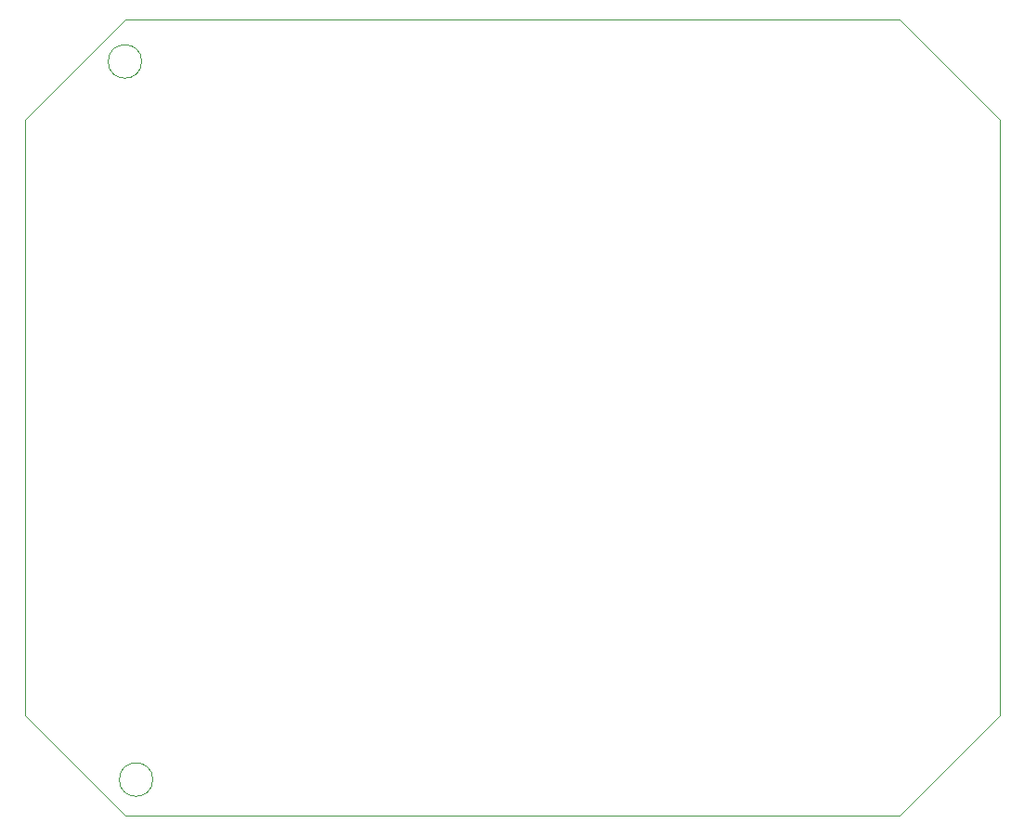
<source format=gbr>
%TF.GenerationSoftware,KiCad,Pcbnew,9.0.0*%
%TF.CreationDate,2025-04-10T09:35:26+02:00*%
%TF.ProjectId,3band_testboard_mcu_based,3362616e-645f-4746-9573-74626f617264,1.0*%
%TF.SameCoordinates,Original*%
%TF.FileFunction,Profile,NP*%
%FSLAX46Y46*%
G04 Gerber Fmt 4.6, Leading zero omitted, Abs format (unit mm)*
G04 Created by KiCad (PCBNEW 9.0.0) date 2025-04-10 09:35:26*
%MOMM*%
%LPD*%
G01*
G04 APERTURE LIST*
%TA.AperFunction,Profile*%
%ADD10C,0.050000*%
%TD*%
G04 APERTURE END LIST*
D10*
X87381283Y-34290000D02*
G75*
G02*
X84322717Y-34290000I-1529283J0D01*
G01*
X84322717Y-34290000D02*
G75*
G02*
X87381283Y-34290000I1529283J0D01*
G01*
X156464000Y-103124000D02*
X85852000Y-103124000D01*
X76708000Y-93980000D02*
X76708000Y-39624000D01*
X165608000Y-93980000D02*
X156464000Y-103124000D01*
X85852000Y-30480000D02*
X76708000Y-39624000D01*
X165608000Y-93980000D02*
X165608000Y-39624000D01*
X88397283Y-99816717D02*
G75*
G02*
X85338717Y-99816717I-1529283J0D01*
G01*
X85338717Y-99816717D02*
G75*
G02*
X88397283Y-99816717I1529283J0D01*
G01*
X156464000Y-30480000D02*
X85852000Y-30480000D01*
X76708000Y-93980000D02*
X85852000Y-103124000D01*
X165608000Y-39624000D02*
X156464000Y-30480000D01*
M02*

</source>
